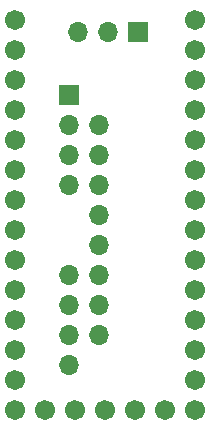
<source format=gbr>
G04 #@! TF.FileFunction,Soldermask,Bot*
%FSLAX46Y46*%
G04 Gerber Fmt 4.6, Leading zero omitted, Abs format (unit mm)*
G04 Created by KiCad (PCBNEW 4.0.0-rc1-stable) date 30/03/2017 16:27:04*
%MOMM*%
G01*
G04 APERTURE LIST*
%ADD10C,0.076200*%
%ADD11R,1.700000X1.700000*%
%ADD12O,1.700000X1.700000*%
%ADD13C,1.701800*%
G04 APERTURE END LIST*
D10*
D11*
X108204000Y-98806000D03*
D12*
X105664000Y-98806000D03*
X103124000Y-98806000D03*
D13*
X113030000Y-100330000D03*
X113030000Y-102870000D03*
X113030000Y-105410000D03*
X113030000Y-107950000D03*
X113030000Y-110490000D03*
X113030000Y-113030000D03*
X113030000Y-115570000D03*
X113030000Y-118110000D03*
X113030000Y-120650000D03*
X113030000Y-123190000D03*
X113030000Y-125730000D03*
X113030000Y-128270000D03*
X113030000Y-130810000D03*
X97790000Y-130810000D03*
X97790000Y-128270000D03*
X97790000Y-125730000D03*
X97790000Y-123190000D03*
X97790000Y-120650000D03*
X97790000Y-118110000D03*
X97790000Y-115570000D03*
X97790000Y-113030000D03*
X97790000Y-110490000D03*
X97790000Y-107950000D03*
X97790000Y-105410000D03*
X97790000Y-102870000D03*
X97790000Y-100330000D03*
X97790000Y-97790000D03*
X113030000Y-97790000D03*
X110490000Y-130810000D03*
X107950000Y-130810000D03*
X105410000Y-130810000D03*
X102870000Y-130810000D03*
X100330000Y-130810000D03*
D11*
X102362000Y-104140000D03*
D12*
X102362000Y-106680000D03*
X104902000Y-106680000D03*
X102362000Y-109220000D03*
X104902000Y-109220000D03*
X102362000Y-111760000D03*
X104902000Y-111760000D03*
X104902000Y-114300000D03*
X104902000Y-116840000D03*
X102362000Y-119380000D03*
X104902000Y-119380000D03*
X102362000Y-121920000D03*
X104902000Y-121920000D03*
X102362000Y-124460000D03*
X104902000Y-124460000D03*
X102362000Y-127000000D03*
M02*

</source>
